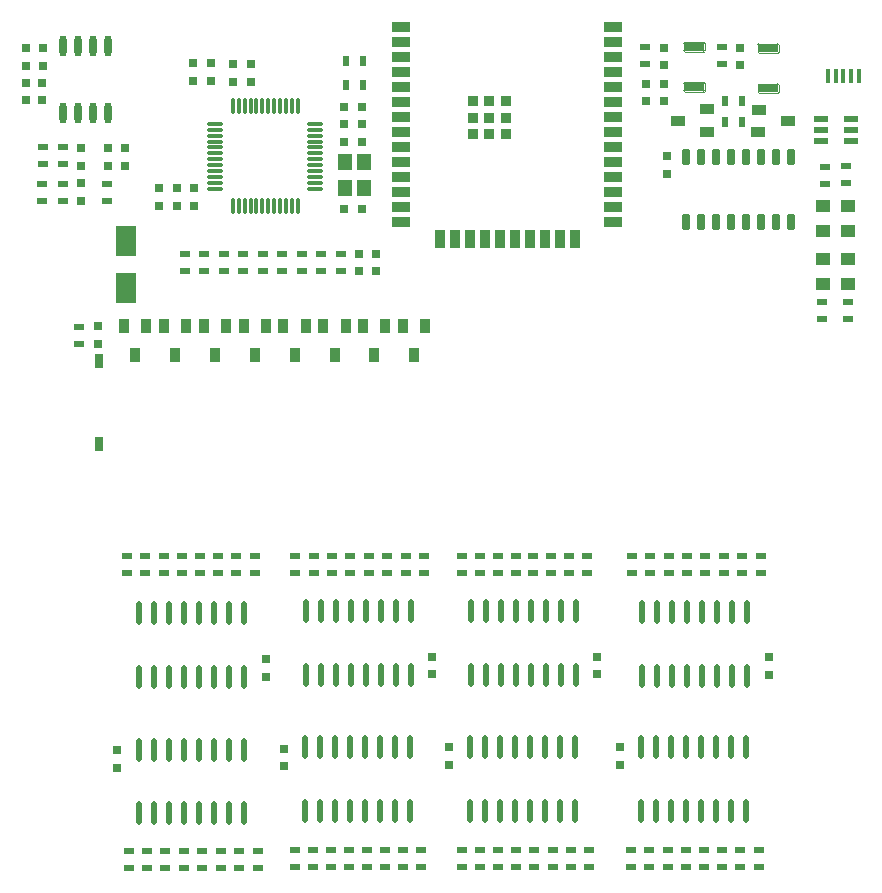
<source format=gbr>
%TF.GenerationSoftware,Altium Limited,Altium Designer,22.10.1 (41)*%
G04 Layer_Color=8421504*
%FSLAX25Y25*%
%MOIN*%
%TF.SameCoordinates,BEAA4B2D-68BC-4382-99D5-5DCEA874A810*%
%TF.FilePolarity,Positive*%
%TF.FileFunction,Paste,Top*%
%TF.Part,Single*%
G01*
G75*
%TA.AperFunction,SMDPad,CuDef*%
%ADD11O,0.01181X0.05709*%
%ADD12O,0.05709X0.01181*%
%ADD13R,0.03150X0.03150*%
%ADD14R,0.04724X0.04331*%
%ADD15R,0.06693X0.09843*%
%TA.AperFunction,BGAPad,CuDef*%
%ADD16R,0.03543X0.03543*%
%TA.AperFunction,ConnectorPad*%
%ADD17R,0.03543X0.05906*%
%ADD18R,0.05906X0.03543*%
%TA.AperFunction,SMDPad,CuDef*%
%ADD19R,0.01772X0.05118*%
%ADD20R,0.03543X0.02165*%
%ADD21R,0.03150X0.03150*%
%ADD22R,0.02165X0.03543*%
%ADD24R,0.04724X0.03347*%
G04:AMPARAMS|DCode=25|XSize=51.58mil|YSize=24.41mil|CornerRadius=3.05mil|HoleSize=0mil|Usage=FLASHONLY|Rotation=90.000|XOffset=0mil|YOffset=0mil|HoleType=Round|Shape=RoundedRectangle|*
%AMROUNDEDRECTD25*
21,1,0.05158,0.01831,0,0,90.0*
21,1,0.04547,0.02441,0,0,90.0*
1,1,0.00610,0.00915,0.02274*
1,1,0.00610,0.00915,-0.02274*
1,1,0.00610,-0.00915,-0.02274*
1,1,0.00610,-0.00915,0.02274*
%
%ADD25ROUNDEDRECTD25*%
G04:AMPARAMS|DCode=26|XSize=47.64mil|YSize=23.23mil|CornerRadius=2.9mil|HoleSize=0mil|Usage=FLASHONLY|Rotation=0.000|XOffset=0mil|YOffset=0mil|HoleType=Round|Shape=RoundedRectangle|*
%AMROUNDEDRECTD26*
21,1,0.04764,0.01742,0,0,0.0*
21,1,0.04183,0.02323,0,0,0.0*
1,1,0.00581,0.02092,-0.00871*
1,1,0.00581,-0.02092,-0.00871*
1,1,0.00581,-0.02092,0.00871*
1,1,0.00581,0.02092,0.00871*
%
%ADD26ROUNDEDRECTD26*%
%ADD27O,0.02362X0.07087*%
%ADD28R,0.03150X0.04724*%
%ADD29R,0.03347X0.04724*%
%ADD30O,0.02165X0.07874*%
%ADD31R,0.04528X0.05512*%
%TA.AperFunction,NonConductor*%
%ADD93C,0.00394*%
%TA.AperFunction,SMDPad,CuDef*%
%ADD94R,0.07087X0.03150*%
D11*
X109659Y265053D02*
D03*
X107691D02*
D03*
X105722D02*
D03*
X103754D02*
D03*
X101785D02*
D03*
X99817D02*
D03*
X97848D02*
D03*
X95880D02*
D03*
X93911D02*
D03*
X91943D02*
D03*
X89974D02*
D03*
X88006D02*
D03*
Y298320D02*
D03*
X89974D02*
D03*
X91943D02*
D03*
X93911D02*
D03*
X95880D02*
D03*
X97848D02*
D03*
X99817D02*
D03*
X101785D02*
D03*
X103754D02*
D03*
X105722D02*
D03*
X107691D02*
D03*
X109659D02*
D03*
D12*
X82199Y270860D02*
D03*
Y272828D02*
D03*
Y274797D02*
D03*
Y276765D02*
D03*
Y278734D02*
D03*
Y280702D02*
D03*
Y282671D02*
D03*
Y284639D02*
D03*
Y286608D02*
D03*
Y288576D02*
D03*
Y290545D02*
D03*
Y292513D02*
D03*
X115466D02*
D03*
Y290545D02*
D03*
Y288576D02*
D03*
Y286608D02*
D03*
Y284639D02*
D03*
Y282671D02*
D03*
Y280702D02*
D03*
Y278734D02*
D03*
Y276765D02*
D03*
Y274797D02*
D03*
Y272828D02*
D03*
Y270860D02*
D03*
D13*
X135674Y249226D02*
D03*
Y243320D02*
D03*
X37498Y272661D02*
D03*
Y266756D02*
D03*
Y284407D02*
D03*
Y278502D02*
D03*
X52200Y284407D02*
D03*
Y278502D02*
D03*
X46498Y284407D02*
D03*
Y278502D02*
D03*
X257071Y317905D02*
D03*
Y311999D02*
D03*
X18971Y311763D02*
D03*
Y317668D02*
D03*
X24572Y311770D02*
D03*
Y317676D02*
D03*
X24472Y306276D02*
D03*
Y300370D02*
D03*
X18971Y306283D02*
D03*
Y300378D02*
D03*
X43071Y219270D02*
D03*
Y225176D02*
D03*
X63474Y271073D02*
D03*
Y265168D02*
D03*
X75174Y271073D02*
D03*
Y265168D02*
D03*
X69324Y271073D02*
D03*
Y265168D02*
D03*
X129974Y243320D02*
D03*
Y249226D02*
D03*
X266571Y114676D02*
D03*
Y108770D02*
D03*
X209272Y114929D02*
D03*
Y109023D02*
D03*
X154271Y114929D02*
D03*
Y109023D02*
D03*
X99072Y114176D02*
D03*
Y108270D02*
D03*
X216971Y84776D02*
D03*
Y78870D02*
D03*
X159971Y84776D02*
D03*
Y78870D02*
D03*
X104972Y84276D02*
D03*
Y78370D02*
D03*
X49472Y83776D02*
D03*
Y77870D02*
D03*
X232572Y281753D02*
D03*
Y275847D02*
D03*
X231572Y311999D02*
D03*
Y317905D02*
D03*
X225700Y300023D02*
D03*
Y305929D02*
D03*
X231572Y300023D02*
D03*
Y305929D02*
D03*
D14*
X293000Y256866D02*
D03*
Y265134D02*
D03*
X284750Y256866D02*
D03*
Y265134D02*
D03*
X293000Y239115D02*
D03*
Y247383D02*
D03*
X284750Y239115D02*
D03*
Y247383D02*
D03*
D15*
X52263Y237752D02*
D03*
Y253500D02*
D03*
D16*
X179024Y300000D02*
D03*
X173512Y288976D02*
D03*
X179024D02*
D03*
Y294488D02*
D03*
X173512D02*
D03*
X168000D02*
D03*
Y288976D02*
D03*
X173512Y300000D02*
D03*
X168000D02*
D03*
D17*
X191898Y253976D02*
D03*
X156898D02*
D03*
X161898D02*
D03*
X166898D02*
D03*
X171898D02*
D03*
X196898D02*
D03*
X176898D02*
D03*
X181898D02*
D03*
X186898D02*
D03*
X201898D02*
D03*
D18*
X214850Y259882D02*
D03*
Y264882D02*
D03*
Y269882D02*
D03*
Y274882D02*
D03*
Y279882D02*
D03*
Y284882D02*
D03*
Y289882D02*
D03*
Y294882D02*
D03*
Y299882D02*
D03*
Y304882D02*
D03*
Y309882D02*
D03*
Y314882D02*
D03*
Y319882D02*
D03*
Y324882D02*
D03*
X143984Y259882D02*
D03*
Y264882D02*
D03*
Y269882D02*
D03*
Y274882D02*
D03*
Y279882D02*
D03*
Y284882D02*
D03*
Y289882D02*
D03*
Y294882D02*
D03*
Y299882D02*
D03*
Y304882D02*
D03*
Y309882D02*
D03*
Y314882D02*
D03*
Y319882D02*
D03*
Y324882D02*
D03*
D19*
X296618Y308583D02*
D03*
X286382D02*
D03*
X294059D02*
D03*
X291500D02*
D03*
X288941D02*
D03*
D20*
X31298Y272363D02*
D03*
Y266654D02*
D03*
X24798Y284709D02*
D03*
Y279000D02*
D03*
X24298Y266654D02*
D03*
Y272363D02*
D03*
X46027Y272340D02*
D03*
Y266631D02*
D03*
X31298Y284709D02*
D03*
Y279000D02*
D03*
X176399Y50500D02*
D03*
Y44791D02*
D03*
X188541Y50500D02*
D03*
Y44791D02*
D03*
X200684Y50500D02*
D03*
Y44791D02*
D03*
X285444Y272553D02*
D03*
Y278262D02*
D03*
X284500Y233131D02*
D03*
Y227422D02*
D03*
X293000Y233131D02*
D03*
Y227422D02*
D03*
X36772Y219169D02*
D03*
Y224878D02*
D03*
X123974Y243466D02*
D03*
Y249175D02*
D03*
X117474D02*
D03*
Y243466D02*
D03*
X104474D02*
D03*
Y249175D02*
D03*
X110974D02*
D03*
Y243466D02*
D03*
X97974D02*
D03*
Y249175D02*
D03*
X91474Y243466D02*
D03*
Y249175D02*
D03*
X84974Y243466D02*
D03*
Y249175D02*
D03*
X78474Y243466D02*
D03*
Y249175D02*
D03*
X71974Y243466D02*
D03*
Y249175D02*
D03*
X220970Y142791D02*
D03*
Y148500D02*
D03*
X176327Y142791D02*
D03*
Y148500D02*
D03*
X89222Y142876D02*
D03*
Y148584D02*
D03*
X77079Y142876D02*
D03*
Y148584D02*
D03*
X64936Y142876D02*
D03*
Y148584D02*
D03*
X52793Y142876D02*
D03*
Y148584D02*
D03*
X108756Y142791D02*
D03*
Y148500D02*
D03*
X121042Y142791D02*
D03*
Y148500D02*
D03*
X133327Y142791D02*
D03*
Y148500D02*
D03*
X145613Y142791D02*
D03*
Y148500D02*
D03*
X164399Y142791D02*
D03*
Y148500D02*
D03*
X188184Y142791D02*
D03*
Y148500D02*
D03*
X200042Y142791D02*
D03*
Y148500D02*
D03*
X233256Y142791D02*
D03*
Y148500D02*
D03*
X245542Y142791D02*
D03*
Y148500D02*
D03*
X257827Y142791D02*
D03*
Y148500D02*
D03*
X263970Y142791D02*
D03*
Y148500D02*
D03*
X251684Y142791D02*
D03*
Y148500D02*
D03*
X239399Y142791D02*
D03*
Y148500D02*
D03*
X227113Y142791D02*
D03*
Y148500D02*
D03*
X205899Y142791D02*
D03*
Y148500D02*
D03*
X194113Y142791D02*
D03*
Y148500D02*
D03*
X182256Y142791D02*
D03*
Y148500D02*
D03*
X170399Y142791D02*
D03*
Y148500D02*
D03*
X151756Y142791D02*
D03*
Y148500D02*
D03*
X139470Y142791D02*
D03*
Y148500D02*
D03*
X127184Y142791D02*
D03*
Y148500D02*
D03*
X114899Y142791D02*
D03*
Y148500D02*
D03*
X95293Y142876D02*
D03*
Y148584D02*
D03*
X83150Y142876D02*
D03*
Y148584D02*
D03*
X71007Y142876D02*
D03*
Y148584D02*
D03*
X58864D02*
D03*
Y142876D02*
D03*
X257184Y50500D02*
D03*
Y44791D02*
D03*
X263256Y50500D02*
D03*
Y44791D02*
D03*
X245041Y50500D02*
D03*
Y44791D02*
D03*
X251113Y50500D02*
D03*
Y44791D02*
D03*
X238970Y50500D02*
D03*
Y44791D02*
D03*
X232899Y50500D02*
D03*
Y44791D02*
D03*
X220756Y50500D02*
D03*
Y44791D02*
D03*
X226827Y50500D02*
D03*
Y44791D02*
D03*
X206756Y50500D02*
D03*
Y44791D02*
D03*
X194613Y50500D02*
D03*
Y44791D02*
D03*
X182470Y50500D02*
D03*
Y44791D02*
D03*
X164256Y50500D02*
D03*
Y44791D02*
D03*
X170327Y50500D02*
D03*
Y44791D02*
D03*
X144756Y50500D02*
D03*
Y44791D02*
D03*
X150756Y50500D02*
D03*
Y44791D02*
D03*
X138756Y50500D02*
D03*
Y44791D02*
D03*
X132756Y50500D02*
D03*
Y44791D02*
D03*
X126756Y50500D02*
D03*
Y44791D02*
D03*
X120756Y50500D02*
D03*
Y44791D02*
D03*
X90113Y50000D02*
D03*
Y44291D02*
D03*
X77827Y50000D02*
D03*
Y44291D02*
D03*
X65541Y50000D02*
D03*
Y44291D02*
D03*
X53256Y50000D02*
D03*
Y44291D02*
D03*
X108756Y50500D02*
D03*
Y44791D02*
D03*
X114756Y50500D02*
D03*
Y44791D02*
D03*
X96256Y50000D02*
D03*
Y44291D02*
D03*
X83970Y50000D02*
D03*
Y44291D02*
D03*
X71684Y50000D02*
D03*
Y44291D02*
D03*
X59399Y50000D02*
D03*
Y44291D02*
D03*
X292500Y272646D02*
D03*
Y278354D02*
D03*
X251107Y312490D02*
D03*
Y318199D02*
D03*
X225272D02*
D03*
Y312490D02*
D03*
D21*
X125150Y292520D02*
D03*
X131056D02*
D03*
X88127Y312520D02*
D03*
X94033D02*
D03*
X74721Y306620D02*
D03*
X80627D02*
D03*
X74721Y312620D02*
D03*
X80627D02*
D03*
X131056Y298220D02*
D03*
X125150D02*
D03*
X94033Y306520D02*
D03*
X88127D02*
D03*
X125150Y286520D02*
D03*
X131056D02*
D03*
X131048Y264120D02*
D03*
X125143D02*
D03*
D22*
X125620Y313320D02*
D03*
X131329D02*
D03*
X131350Y305320D02*
D03*
X125641D02*
D03*
X251896Y293023D02*
D03*
X257605D02*
D03*
X251917Y300000D02*
D03*
X257626D02*
D03*
D24*
X246193Y297403D02*
D03*
X246171Y289823D02*
D03*
X236350Y293543D02*
D03*
X273047Y293503D02*
D03*
X263226Y297223D02*
D03*
X263205Y289643D02*
D03*
D25*
X259000Y259768D02*
D03*
X264000D02*
D03*
X239000D02*
D03*
X244000D02*
D03*
X249000D02*
D03*
X254000D02*
D03*
X269000D02*
D03*
X274000D02*
D03*
Y281421D02*
D03*
X269000D02*
D03*
X264000D02*
D03*
X259000D02*
D03*
X254000D02*
D03*
X249000D02*
D03*
X244000D02*
D03*
X239000D02*
D03*
D26*
X284059Y294240D02*
D03*
Y290500D02*
D03*
Y286760D02*
D03*
X293941D02*
D03*
Y290500D02*
D03*
Y294240D02*
D03*
D27*
X46271Y318469D02*
D03*
X41271D02*
D03*
X36272D02*
D03*
X31271D02*
D03*
X46271Y296224D02*
D03*
X41271D02*
D03*
X36272D02*
D03*
X31271D02*
D03*
D28*
X43271Y185744D02*
D03*
Y213303D02*
D03*
D29*
X148474Y215399D02*
D03*
X152174Y225220D02*
D03*
X144734Y225242D02*
D03*
X135188Y215399D02*
D03*
X138889Y225220D02*
D03*
X131448Y225242D02*
D03*
X121903Y215399D02*
D03*
X125603Y225220D02*
D03*
X118163Y225242D02*
D03*
X108617Y215320D02*
D03*
X112317Y225142D02*
D03*
X104877Y225163D02*
D03*
X95331Y215399D02*
D03*
X99031Y225220D02*
D03*
X91591Y225242D02*
D03*
X82046Y215399D02*
D03*
X85746Y225220D02*
D03*
X78306Y225242D02*
D03*
X68760Y215399D02*
D03*
X72460Y225220D02*
D03*
X65020Y225242D02*
D03*
X55474Y215399D02*
D03*
X59174Y225220D02*
D03*
X51734Y225242D02*
D03*
D30*
X259106Y84661D02*
D03*
X254106D02*
D03*
X249106D02*
D03*
X244106D02*
D03*
X239106D02*
D03*
X234106D02*
D03*
X229106D02*
D03*
X224106D02*
D03*
X259106Y63402D02*
D03*
X254106D02*
D03*
X249106D02*
D03*
X244106D02*
D03*
X239106D02*
D03*
X234106D02*
D03*
X229106D02*
D03*
X224106D02*
D03*
X202106Y84661D02*
D03*
X197106D02*
D03*
X192106D02*
D03*
X187106D02*
D03*
X182106D02*
D03*
X177106D02*
D03*
X172106D02*
D03*
X167106D02*
D03*
X202106Y63402D02*
D03*
X197106D02*
D03*
X192106D02*
D03*
X187106D02*
D03*
X182106D02*
D03*
X177106D02*
D03*
X172106D02*
D03*
X167106D02*
D03*
X147106Y84661D02*
D03*
X142106D02*
D03*
X137106D02*
D03*
X132106D02*
D03*
X127106D02*
D03*
X122106D02*
D03*
X117106D02*
D03*
X112106D02*
D03*
X147106Y63402D02*
D03*
X142106D02*
D03*
X137106D02*
D03*
X132106D02*
D03*
X127106D02*
D03*
X122106D02*
D03*
X117106D02*
D03*
X112106D02*
D03*
X56756Y62661D02*
D03*
X61756D02*
D03*
X66756D02*
D03*
X71756D02*
D03*
X76756D02*
D03*
X81756D02*
D03*
X86756D02*
D03*
X91756D02*
D03*
X56756Y83921D02*
D03*
X61756D02*
D03*
X66756D02*
D03*
X71756D02*
D03*
X76756D02*
D03*
X81756D02*
D03*
X86756D02*
D03*
X91756D02*
D03*
X259405Y129791D02*
D03*
X254405D02*
D03*
X249405D02*
D03*
X244405D02*
D03*
X239405D02*
D03*
X234405D02*
D03*
X229405D02*
D03*
X224405D02*
D03*
X259405Y108531D02*
D03*
X254405D02*
D03*
X249405D02*
D03*
X244405D02*
D03*
X239405D02*
D03*
X234405D02*
D03*
X229405D02*
D03*
X224405D02*
D03*
X167256Y108791D02*
D03*
X172256D02*
D03*
X177256D02*
D03*
X182256D02*
D03*
X187256D02*
D03*
X192256D02*
D03*
X197256D02*
D03*
X202256D02*
D03*
X167256Y130051D02*
D03*
X172256D02*
D03*
X177256D02*
D03*
X182256D02*
D03*
X187256D02*
D03*
X192256D02*
D03*
X197256D02*
D03*
X202256D02*
D03*
X112256Y108791D02*
D03*
X117256D02*
D03*
X122256D02*
D03*
X127256D02*
D03*
X132256D02*
D03*
X137256D02*
D03*
X142256D02*
D03*
X147256D02*
D03*
X112256Y130051D02*
D03*
X117256D02*
D03*
X122256D02*
D03*
X127256D02*
D03*
X132256D02*
D03*
X137256D02*
D03*
X142256D02*
D03*
X147256D02*
D03*
X56756Y108161D02*
D03*
X61756D02*
D03*
X66756D02*
D03*
X71756D02*
D03*
X76756D02*
D03*
X81756D02*
D03*
X86756D02*
D03*
X91756D02*
D03*
X56756Y129421D02*
D03*
X61756D02*
D03*
X66756D02*
D03*
X71756D02*
D03*
X76756D02*
D03*
X81756D02*
D03*
X86756D02*
D03*
X91756D02*
D03*
D31*
X125325Y270990D02*
D03*
Y279651D02*
D03*
X131624D02*
D03*
Y270990D02*
D03*
D93*
X270043Y318874D02*
G03*
X269650Y319268I-394J0D01*
G01*
X263350D02*
G03*
X262957Y318874I0J-394D01*
G01*
Y316512D02*
G03*
X263350Y316118I394J0D01*
G01*
X269650D02*
G03*
X270043Y316512I0J394D01*
G01*
X263350Y305882D02*
G03*
X262957Y305488I0J-394D01*
G01*
Y303126D02*
G03*
X263350Y302732I394J0D01*
G01*
X269650D02*
G03*
X270043Y303126I0J394D01*
G01*
Y305488D02*
G03*
X269650Y305882I-394J0D01*
G01*
X245315Y319357D02*
G03*
X244921Y319751I-394J0D01*
G01*
X238622D02*
G03*
X238228Y319357I0J-394D01*
G01*
Y316995D02*
G03*
X238622Y316601I394J0D01*
G01*
X244921D02*
G03*
X245315Y316995I0J394D01*
G01*
X238622Y306365D02*
G03*
X238228Y305971I0J-394D01*
G01*
Y303609D02*
G03*
X238622Y303215I394J0D01*
G01*
X244921D02*
G03*
X245315Y303609I0J394D01*
G01*
Y305971D02*
G03*
X244921Y306365I-394J0D01*
G01*
X263350Y319268D02*
X269650D01*
X262957Y316512D02*
Y318874D01*
X263350Y316118D02*
X269650D01*
X270043Y316512D02*
Y318874D01*
X262957Y303126D02*
Y305488D01*
X263350Y302732D02*
X269650D01*
X270043Y303126D02*
Y305488D01*
X263350Y305882D02*
X269650D01*
X238622Y319751D02*
X244921D01*
X238228Y316995D02*
Y319357D01*
X238622Y316601D02*
X244921D01*
X245315Y316995D02*
Y319357D01*
X238228Y303609D02*
Y305971D01*
X238622Y303215D02*
X244921D01*
X245315Y303609D02*
Y305971D01*
X238622Y306365D02*
X244921D01*
D94*
X266500Y317693D02*
D03*
Y304307D02*
D03*
X241772Y318176D02*
D03*
Y304790D02*
D03*
%TF.MD5,64e2c9d3513bb5403ca4d58bec975402*%
M02*

</source>
